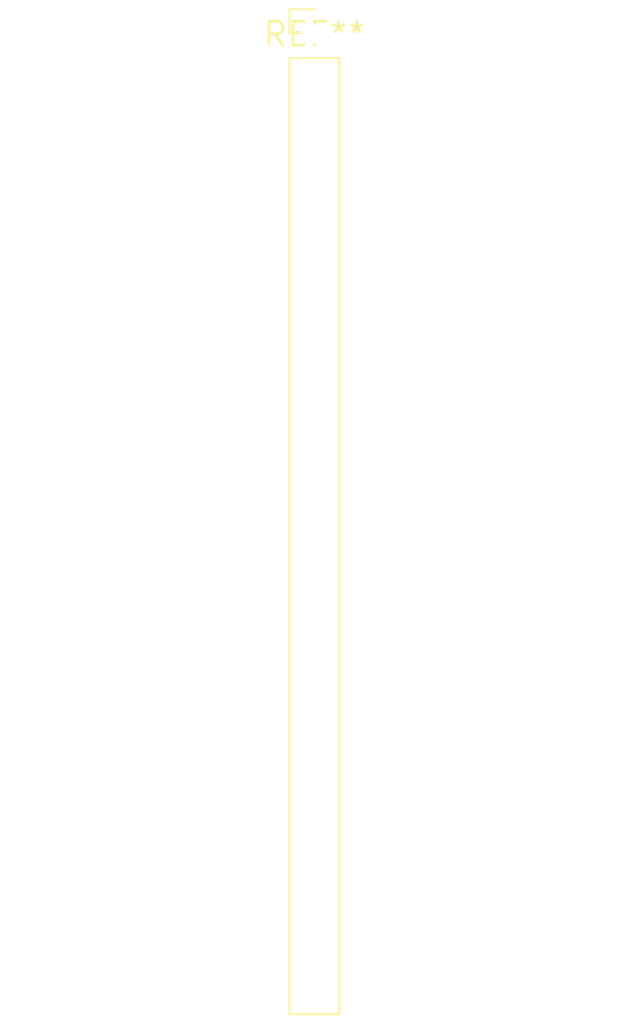
<source format=kicad_pcb>
(kicad_pcb (version 20240108) (generator pcbnew)
  (layers (0 "F.Cu" signal) (31 "B.Cu" signal) (34 "B.Paste" user) (35 "F.Paste" user) (36 "B.SilkS" user "B.Silkscreen") (37 "F.SilkS" user "F.Silkscreen") (38 "B.Mask" user) (39 "F.Mask" user) (44 "Edge.Cuts" user))
  (net 0 "")
  (footprint "PinHeader_1x21_P2.54mm_Vertical" (layer "F.Cu") (at 0 0)
    (property "Reference" "REF**")
    (property "Value" "PinHeader_1x21_P2.54mm_Vertical")
    (fp_line (start -1.33 -1.33) (end 0 -1.33) (layer "F.SilkS") (stroke (width 0.12)))
    (fp_line (start -1.33 0) (end -1.33 -1.33) (layer "F.SilkS") (stroke (width 0.12)))
    (fp_line (start -1.33 1.27) (end -1.33 52.13) (layer "F.SilkS") (stroke (width 0.12)))
    (fp_line (start -1.33 1.27) (end 1.33 1.27) (layer "F.SilkS") (stroke (width 0.12)))
    (fp_line (start -1.33 52.13) (end 1.33 52.13) (layer "F.SilkS") (stroke (width 0.12)))
    (fp_line (start 1.33 1.27) (end 1.33 52.13) (layer "F.SilkS") (stroke (width 0.12)))
    (pad "1" thru_hole rect (at 0 0) (size 1.7 1.7) (drill 1) (layers *.Cu *.Mask) (remove_unused_layers))
    (pad "2" thru_hole oval (at 0 2.54) (size 1.7 1.7) (drill 1) (layers *.Cu *.Mask) (remove_unused_layers))
    (pad "3" thru_hole oval (at 0 5.08) (size 1.7 1.7) (drill 1) (layers *.Cu *.Mask) (remove_unused_layers))
    (pad "4" thru_hole oval (at 0 7.62) (size 1.7 1.7) (drill 1) (layers *.Cu *.Mask) (remove_unused_layers))
    (pad "5" thru_hole oval (at 0 10.16) (size 1.7 1.7) (drill 1) (layers *.Cu *.Mask) (remove_unused_layers))
    (pad "6" thru_hole oval (at 0 12.7) (size 1.7 1.7) (drill 1) (layers *.Cu *.Mask) (remove_unused_layers))
    (pad "7" thru_hole oval (at 0 15.24) (size 1.7 1.7) (drill 1) (layers *.Cu *.Mask) (remove_unused_layers))
    (pad "8" thru_hole oval (at 0 17.78) (size 1.7 1.7) (drill 1) (layers *.Cu *.Mask) (remove_unused_layers))
    (pad "9" thru_hole oval (at 0 20.32) (size 1.7 1.7) (drill 1) (layers *.Cu *.Mask) (remove_unused_layers))
    (pad "10" thru_hole oval (at 0 22.86) (size 1.7 1.7) (drill 1) (layers *.Cu *.Mask) (remove_unused_layers))
    (pad "11" thru_hole oval (at 0 25.4) (size 1.7 1.7) (drill 1) (layers *.Cu *.Mask) (remove_unused_layers))
    (pad "12" thru_hole oval (at 0 27.94) (size 1.7 1.7) (drill 1) (layers *.Cu *.Mask) (remove_unused_layers))
    (pad "13" thru_hole oval (at 0 30.48) (size 1.7 1.7) (drill 1) (layers *.Cu *.Mask) (remove_unused_layers))
    (pad "14" thru_hole oval (at 0 33.02) (size 1.7 1.7) (drill 1) (layers *.Cu *.Mask) (remove_unused_layers))
    (pad "15" thru_hole oval (at 0 35.56) (size 1.7 1.7) (drill 1) (layers *.Cu *.Mask) (remove_unused_layers))
    (pad "16" thru_hole oval (at 0 38.1) (size 1.7 1.7) (drill 1) (layers *.Cu *.Mask) (remove_unused_layers))
    (pad "17" thru_hole oval (at 0 40.64) (size 1.7 1.7) (drill 1) (layers *.Cu *.Mask) (remove_unused_layers))
    (pad "18" thru_hole oval (at 0 43.18) (size 1.7 1.7) (drill 1) (layers *.Cu *.Mask) (remove_unused_layers))
    (pad "19" thru_hole oval (at 0 45.72) (size 1.7 1.7) (drill 1) (layers *.Cu *.Mask) (remove_unused_layers))
    (pad "20" thru_hole oval (at 0 48.26) (size 1.7 1.7) (drill 1) (layers *.Cu *.Mask) (remove_unused_layers))
    (pad "21" thru_hole oval (at 0 50.8) (size 1.7 1.7) (drill 1) (layers *.Cu *.Mask) (remove_unused_layers))
  )
)
</source>
